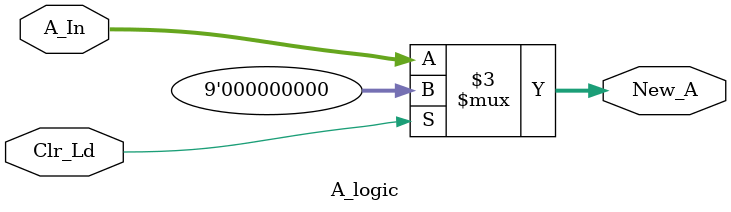
<source format=sv>
module A_logic (input Clr_Ld, input [8:0] A_In, output [8:0] New_A);

always_comb
begin
if(Clr_Ld)
	New_A <= 9'b000000000;
else
	New_A <= A_In;
end

endmodule
</source>
